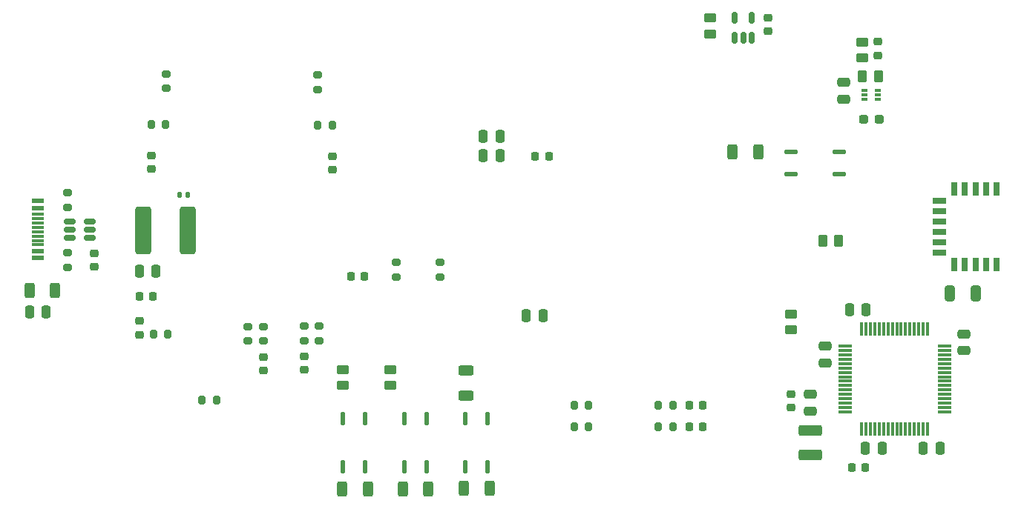
<source format=gbr>
%TF.GenerationSoftware,KiCad,Pcbnew,7.0.8*%
%TF.CreationDate,2024-01-02T21:28:17+01:00*%
%TF.ProjectId,Computer Mouse,436f6d70-7574-4657-9220-4d6f7573652e,rev?*%
%TF.SameCoordinates,Original*%
%TF.FileFunction,Paste,Top*%
%TF.FilePolarity,Positive*%
%FSLAX46Y46*%
G04 Gerber Fmt 4.6, Leading zero omitted, Abs format (unit mm)*
G04 Created by KiCad (PCBNEW 7.0.8) date 2024-01-02 21:28:17*
%MOMM*%
%LPD*%
G01*
G04 APERTURE LIST*
G04 Aperture macros list*
%AMRoundRect*
0 Rectangle with rounded corners*
0 $1 Rounding radius*
0 $2 $3 $4 $5 $6 $7 $8 $9 X,Y pos of 4 corners*
0 Add a 4 corners polygon primitive as box body*
4,1,4,$2,$3,$4,$5,$6,$7,$8,$9,$2,$3,0*
0 Add four circle primitives for the rounded corners*
1,1,$1+$1,$2,$3*
1,1,$1+$1,$4,$5*
1,1,$1+$1,$6,$7*
1,1,$1+$1,$8,$9*
0 Add four rect primitives between the rounded corners*
20,1,$1+$1,$2,$3,$4,$5,0*
20,1,$1+$1,$4,$5,$6,$7,0*
20,1,$1+$1,$6,$7,$8,$9,0*
20,1,$1+$1,$8,$9,$2,$3,0*%
G04 Aperture macros list end*
%ADD10RoundRect,0.250000X-0.450000X0.262500X-0.450000X-0.262500X0.450000X-0.262500X0.450000X0.262500X0*%
%ADD11RoundRect,0.150000X-0.512500X-0.150000X0.512500X-0.150000X0.512500X0.150000X-0.512500X0.150000X0*%
%ADD12R,0.700000X1.500000*%
%ADD13R,1.500000X0.700000*%
%ADD14RoundRect,0.075000X-0.700000X-0.075000X0.700000X-0.075000X0.700000X0.075000X-0.700000X0.075000X0*%
%ADD15RoundRect,0.075000X-0.075000X-0.700000X0.075000X-0.700000X0.075000X0.700000X-0.075000X0.700000X0*%
%ADD16RoundRect,0.250000X-0.475000X0.250000X-0.475000X-0.250000X0.475000X-0.250000X0.475000X0.250000X0*%
%ADD17RoundRect,0.225000X-0.225000X-0.250000X0.225000X-0.250000X0.225000X0.250000X-0.225000X0.250000X0*%
%ADD18RoundRect,0.200000X0.275000X-0.200000X0.275000X0.200000X-0.275000X0.200000X-0.275000X-0.200000X0*%
%ADD19RoundRect,0.250000X-0.312500X-0.625000X0.312500X-0.625000X0.312500X0.625000X-0.312500X0.625000X0*%
%ADD20RoundRect,0.150000X0.150000X-0.512500X0.150000X0.512500X-0.150000X0.512500X-0.150000X-0.512500X0*%
%ADD21RoundRect,0.250000X-1.075000X0.375000X-1.075000X-0.375000X1.075000X-0.375000X1.075000X0.375000X0*%
%ADD22RoundRect,0.200000X0.200000X0.275000X-0.200000X0.275000X-0.200000X-0.275000X0.200000X-0.275000X0*%
%ADD23RoundRect,0.250000X0.650000X2.450000X-0.650000X2.450000X-0.650000X-2.450000X0.650000X-2.450000X0*%
%ADD24RoundRect,0.250000X-0.250000X-0.475000X0.250000X-0.475000X0.250000X0.475000X-0.250000X0.475000X0*%
%ADD25RoundRect,0.137500X0.137500X-0.587500X0.137500X0.587500X-0.137500X0.587500X-0.137500X-0.587500X0*%
%ADD26RoundRect,0.225000X-0.250000X0.225000X-0.250000X-0.225000X0.250000X-0.225000X0.250000X0.225000X0*%
%ADD27RoundRect,0.250000X-0.625000X0.312500X-0.625000X-0.312500X0.625000X-0.312500X0.625000X0.312500X0*%
%ADD28RoundRect,0.200000X-0.200000X-0.275000X0.200000X-0.275000X0.200000X0.275000X-0.200000X0.275000X0*%
%ADD29RoundRect,0.250000X0.262500X0.450000X-0.262500X0.450000X-0.262500X-0.450000X0.262500X-0.450000X0*%
%ADD30RoundRect,0.250000X0.475000X-0.250000X0.475000X0.250000X-0.475000X0.250000X-0.475000X-0.250000X0*%
%ADD31RoundRect,0.250000X0.450000X-0.262500X0.450000X0.262500X-0.450000X0.262500X-0.450000X-0.262500X0*%
%ADD32RoundRect,0.200000X-0.275000X0.200000X-0.275000X-0.200000X0.275000X-0.200000X0.275000X0.200000X0*%
%ADD33RoundRect,0.250000X0.325000X0.650000X-0.325000X0.650000X-0.325000X-0.650000X0.325000X-0.650000X0*%
%ADD34RoundRect,0.250000X0.250000X0.475000X-0.250000X0.475000X-0.250000X-0.475000X0.250000X-0.475000X0*%
%ADD35RoundRect,0.225000X0.250000X-0.225000X0.250000X0.225000X-0.250000X0.225000X-0.250000X-0.225000X0*%
%ADD36RoundRect,0.237500X-0.287500X-0.237500X0.287500X-0.237500X0.287500X0.237500X-0.287500X0.237500X0*%
%ADD37RoundRect,0.225000X0.225000X0.250000X-0.225000X0.250000X-0.225000X-0.250000X0.225000X-0.250000X0*%
%ADD38RoundRect,0.137500X-0.587500X-0.137500X0.587500X-0.137500X0.587500X0.137500X-0.587500X0.137500X0*%
%ADD39R,1.450000X0.600000*%
%ADD40R,1.450000X0.300000*%
%ADD41R,0.670000X0.300000*%
%ADD42RoundRect,0.147500X-0.147500X-0.172500X0.147500X-0.172500X0.147500X0.172500X-0.147500X0.172500X0*%
%ADD43RoundRect,0.250000X0.312500X0.625000X-0.312500X0.625000X-0.312500X-0.625000X0.312500X-0.625000X0*%
G04 APERTURE END LIST*
D10*
%TO.C,R11*%
X162900000Y-76737500D03*
X162900000Y-78562500D03*
%TD*%
D11*
%TO.C,U5*%
X89837500Y-99970000D03*
X89837500Y-100920000D03*
X89837500Y-101870000D03*
X92112500Y-101870000D03*
X92112500Y-100920000D03*
X92112500Y-99970000D03*
%TD*%
D12*
%TO.C,U10*%
X195600000Y-96250000D03*
X194400000Y-96250000D03*
X193200000Y-96250000D03*
X192000000Y-96250000D03*
X190800000Y-96250000D03*
D13*
X189100000Y-97600000D03*
X189100000Y-98800000D03*
X189100000Y-100000000D03*
X189100000Y-101200000D03*
X189100000Y-102400000D03*
X189100000Y-103600000D03*
D12*
X190800000Y-104950000D03*
X192000000Y-104950000D03*
X193200000Y-104950000D03*
X194450000Y-104950000D03*
X195600000Y-104950000D03*
%TD*%
D14*
%TO.C,U2*%
X178300000Y-114250000D03*
X178300000Y-114750000D03*
X178300000Y-115250000D03*
X178300000Y-115750000D03*
X178300000Y-116250000D03*
X178300000Y-116750000D03*
X178300000Y-117250000D03*
X178300000Y-117750000D03*
X178300000Y-118250000D03*
X178300000Y-118750000D03*
X178300000Y-119250000D03*
X178300000Y-119750000D03*
X178300000Y-120250000D03*
X178300000Y-120750000D03*
X178300000Y-121250000D03*
X178300000Y-121750000D03*
D15*
X180225000Y-123675000D03*
X180725000Y-123675000D03*
X181225000Y-123675000D03*
X181725000Y-123675000D03*
X182225000Y-123675000D03*
X182725000Y-123675000D03*
X183225000Y-123675000D03*
X183725000Y-123675000D03*
X184225000Y-123675000D03*
X184725000Y-123675000D03*
X185225000Y-123675000D03*
X185725000Y-123675000D03*
X186225000Y-123675000D03*
X186725000Y-123675000D03*
X187225000Y-123675000D03*
X187725000Y-123675000D03*
D14*
X189650000Y-121750000D03*
X189650000Y-121250000D03*
X189650000Y-120750000D03*
X189650000Y-120250000D03*
X189650000Y-119750000D03*
X189650000Y-119250000D03*
X189650000Y-118750000D03*
X189650000Y-118250000D03*
X189650000Y-117750000D03*
X189650000Y-117250000D03*
X189650000Y-116750000D03*
X189650000Y-116250000D03*
X189650000Y-115750000D03*
X189650000Y-115250000D03*
X189650000Y-114750000D03*
X189650000Y-114250000D03*
D15*
X187725000Y-112325000D03*
X187225000Y-112325000D03*
X186725000Y-112325000D03*
X186225000Y-112325000D03*
X185725000Y-112325000D03*
X185225000Y-112325000D03*
X184725000Y-112325000D03*
X184225000Y-112325000D03*
X183725000Y-112325000D03*
X183225000Y-112325000D03*
X182725000Y-112325000D03*
X182225000Y-112325000D03*
X181725000Y-112325000D03*
X181225000Y-112325000D03*
X180725000Y-112325000D03*
X180225000Y-112325000D03*
%TD*%
D16*
%TO.C,C2*%
X191850000Y-112850000D03*
X191850000Y-114750000D03*
%TD*%
D17*
%TO.C,C27*%
X160575000Y-123500000D03*
X162125000Y-123500000D03*
%TD*%
%TO.C,C11*%
X97825000Y-108600000D03*
X99375000Y-108600000D03*
%TD*%
D18*
%TO.C,R23*%
X116600000Y-113625000D03*
X116600000Y-111975000D03*
%TD*%
D19*
%TO.C,R7*%
X134837500Y-130500000D03*
X137762500Y-130500000D03*
%TD*%
D20*
%TO.C,U6*%
X165750000Y-78987500D03*
X166700000Y-78987500D03*
X167650000Y-78987500D03*
X167650000Y-76712500D03*
X165750000Y-76712500D03*
%TD*%
D21*
%TO.C,L1*%
X174350000Y-123900000D03*
X174350000Y-126700000D03*
%TD*%
D18*
%TO.C,R22*%
X111950000Y-113675000D03*
X111950000Y-112025000D03*
%TD*%
D22*
%TO.C,R30*%
X158675000Y-123500000D03*
X157025000Y-123500000D03*
%TD*%
D19*
%TO.C,R14*%
X165512500Y-92080000D03*
X168437500Y-92080000D03*
%TD*%
D23*
%TO.C,FB1*%
X103350000Y-101050000D03*
X98250000Y-101050000D03*
%TD*%
D24*
%TO.C,C17*%
X137050000Y-90250000D03*
X138950000Y-90250000D03*
%TD*%
D25*
%TO.C,U1*%
X121030000Y-128050000D03*
X123570000Y-128050000D03*
X123570000Y-122550000D03*
X121030000Y-122550000D03*
%TD*%
D26*
%TO.C,C13*%
X169550000Y-76725000D03*
X169550000Y-78275000D03*
%TD*%
D27*
%TO.C,R6*%
X135050000Y-116987500D03*
X135050000Y-119912500D03*
%TD*%
D28*
%TO.C,R27*%
X99425000Y-112900000D03*
X101075000Y-112900000D03*
%TD*%
D29*
%TO.C,R15*%
X177612500Y-102250000D03*
X175787500Y-102250000D03*
%TD*%
D30*
%TO.C,C14*%
X178150000Y-86000000D03*
X178150000Y-84100000D03*
%TD*%
D26*
%TO.C,C24*%
X116600000Y-115425000D03*
X116600000Y-116975000D03*
%TD*%
D18*
%TO.C,R19*%
X110200000Y-113675000D03*
X110200000Y-112025000D03*
%TD*%
D31*
%TO.C,R3*%
X121050000Y-118762500D03*
X121050000Y-116937500D03*
%TD*%
D17*
%TO.C,C28*%
X160575000Y-121000000D03*
X162125000Y-121000000D03*
%TD*%
D32*
%TO.C,R8*%
X89650000Y-103575000D03*
X89650000Y-105225000D03*
%TD*%
D24*
%TO.C,C5*%
X178850000Y-110050000D03*
X180750000Y-110050000D03*
%TD*%
D17*
%TO.C,C19*%
X142975000Y-92550000D03*
X144525000Y-92550000D03*
%TD*%
D28*
%TO.C,R21*%
X99175000Y-88900000D03*
X100825000Y-88900000D03*
%TD*%
D22*
%TO.C,R20*%
X119825000Y-89000000D03*
X118175000Y-89000000D03*
%TD*%
D33*
%TO.C,C20*%
X193225000Y-108250000D03*
X190275000Y-108250000D03*
%TD*%
D19*
%TO.C,R5*%
X127837500Y-130550000D03*
X130762500Y-130550000D03*
%TD*%
D16*
%TO.C,C1*%
X176050000Y-114250000D03*
X176050000Y-116150000D03*
%TD*%
D34*
%TO.C,C12*%
X87150000Y-110350000D03*
X85250000Y-110350000D03*
%TD*%
D35*
%TO.C,C7*%
X172200000Y-121275000D03*
X172200000Y-119725000D03*
%TD*%
D18*
%TO.C,R9*%
X89650000Y-98375000D03*
X89650000Y-96725000D03*
%TD*%
D36*
%TO.C,L2*%
X180475000Y-88300000D03*
X182225000Y-88300000D03*
%TD*%
D35*
%TO.C,C26*%
X97800000Y-112925000D03*
X97800000Y-111375000D03*
%TD*%
D37*
%TO.C,C25*%
X123475000Y-106300000D03*
X121925000Y-106300000D03*
%TD*%
D24*
%TO.C,C16*%
X137050000Y-92450000D03*
X138950000Y-92450000D03*
%TD*%
D30*
%TO.C,C8*%
X174350000Y-121650000D03*
X174350000Y-119750000D03*
%TD*%
D38*
%TO.C,U8*%
X172150000Y-92080000D03*
X172150000Y-94620000D03*
X177650000Y-94620000D03*
X177650000Y-92080000D03*
%TD*%
D19*
%TO.C,R2*%
X120937500Y-130600000D03*
X123862500Y-130600000D03*
%TD*%
D10*
%TO.C,R4*%
X126450000Y-116937500D03*
X126450000Y-118762500D03*
%TD*%
D31*
%TO.C,R13*%
X180300000Y-81312500D03*
X180300000Y-79487500D03*
%TD*%
D39*
%TO.C,J2*%
X86185000Y-97670000D03*
X86185000Y-98470000D03*
D40*
X86185000Y-99670000D03*
X86185000Y-100670000D03*
X86185000Y-101170000D03*
X86185000Y-102170000D03*
D39*
X86185000Y-103370000D03*
X86185000Y-104170000D03*
X86185000Y-104170000D03*
X86185000Y-103370000D03*
D40*
X86185000Y-102670000D03*
X86185000Y-101670000D03*
X86185000Y-100170000D03*
X86185000Y-99170000D03*
D39*
X86185000Y-98470000D03*
X86185000Y-97670000D03*
%TD*%
D18*
%TO.C,R26*%
X127100000Y-106325000D03*
X127100000Y-104675000D03*
%TD*%
D35*
%TO.C,C15*%
X182100000Y-81025000D03*
X182100000Y-79475000D03*
%TD*%
D22*
%TO.C,R31*%
X158675000Y-121000000D03*
X157025000Y-121000000D03*
%TD*%
D32*
%TO.C,R16*%
X118150000Y-83275000D03*
X118150000Y-84925000D03*
%TD*%
D26*
%TO.C,C23*%
X111950000Y-115475000D03*
X111950000Y-117025000D03*
%TD*%
D18*
%TO.C,R18*%
X118350000Y-113625000D03*
X118350000Y-111975000D03*
%TD*%
D29*
%TO.C,R12*%
X182112500Y-83400000D03*
X180287500Y-83400000D03*
%TD*%
D32*
%TO.C,R17*%
X100850000Y-83125000D03*
X100850000Y-84775000D03*
%TD*%
D28*
%TO.C,R29*%
X147425000Y-123500000D03*
X149075000Y-123500000D03*
%TD*%
D41*
%TO.C,U7*%
X180560000Y-85000000D03*
X180560000Y-85500000D03*
X180560000Y-86000000D03*
X182040000Y-86000000D03*
X182040000Y-85500000D03*
X182040000Y-85000000D03*
%TD*%
D26*
%TO.C,C22*%
X99150000Y-92475000D03*
X99150000Y-94025000D03*
%TD*%
%TO.C,C21*%
X119850000Y-92525000D03*
X119850000Y-94075000D03*
%TD*%
D25*
%TO.C,U4*%
X135030000Y-128050000D03*
X137570000Y-128050000D03*
X137570000Y-122550000D03*
X135030000Y-122550000D03*
%TD*%
D24*
%TO.C,C10*%
X97800000Y-105700000D03*
X99700000Y-105700000D03*
%TD*%
D22*
%TO.C,R25*%
X106625000Y-120400000D03*
X104975000Y-120400000D03*
%TD*%
D35*
%TO.C,C9*%
X92650000Y-105175000D03*
X92650000Y-103625000D03*
%TD*%
D17*
%TO.C,C6*%
X179075000Y-128100000D03*
X180625000Y-128100000D03*
%TD*%
D18*
%TO.C,R24*%
X132150000Y-106325000D03*
X132150000Y-104675000D03*
%TD*%
D34*
%TO.C,C3*%
X189150000Y-125950000D03*
X187250000Y-125950000D03*
%TD*%
D42*
%TO.C,F1*%
X102365000Y-97000000D03*
X103335000Y-97000000D03*
%TD*%
D10*
%TO.C,R1*%
X172200000Y-110587500D03*
X172200000Y-112412500D03*
%TD*%
D43*
%TO.C,R10*%
X88175000Y-107850000D03*
X85250000Y-107850000D03*
%TD*%
D25*
%TO.C,U3*%
X128030000Y-128050000D03*
X130570000Y-128050000D03*
X130570000Y-122550000D03*
X128030000Y-122550000D03*
%TD*%
D28*
%TO.C,R28*%
X147425000Y-121000000D03*
X149075000Y-121000000D03*
%TD*%
D24*
%TO.C,C18*%
X141950000Y-110750000D03*
X143850000Y-110750000D03*
%TD*%
D34*
%TO.C,C4*%
X182550000Y-125950000D03*
X180650000Y-125950000D03*
%TD*%
M02*

</source>
